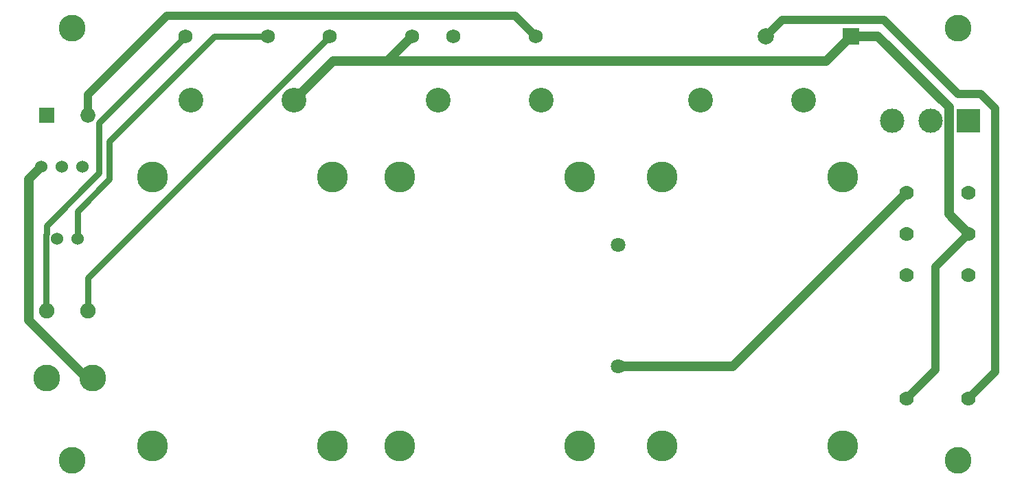
<source format=gbl>
%FSLAX25Y25*%
%MOIN*%
G70*
G01*
G75*
G04 Layer_Physical_Order=2*
G04 Layer_Color=16711680*
%ADD10C,0.04000*%
%ADD11C,0.02500*%
%ADD12C,0.04500*%
%ADD13C,0.03000*%
%ADD14C,0.03500*%
%ADD15C,0.13000*%
%ADD16R,0.11811X0.11811*%
%ADD17C,0.11811*%
%ADD18C,0.15000*%
%ADD19C,0.12000*%
%ADD20C,0.06000*%
%ADD21C,0.07284*%
%ADD22R,0.07284X0.07284*%
%ADD23C,0.07500*%
%ADD24C,0.07087*%
%ADD25C,0.06800*%
%ADD26C,0.07000*%
%ADD27R,0.07874X0.07874*%
%ADD28C,0.07874*%
D10*
X435000Y50000D02*
X449000Y64000D01*
Y114000D01*
X465000Y130000D01*
Y50000D02*
X478000Y63000D01*
Y191000D01*
X471000Y198000D02*
X478000Y191000D01*
X460000Y198000D02*
X471000D01*
X424000Y234000D02*
X460000Y198000D01*
X374608Y234000D02*
X424000D01*
X366608Y226000D02*
X374608Y234000D01*
X245000Y236000D02*
X255000Y226000D01*
X76000Y236000D02*
X245000D01*
X37500Y197500D02*
X76000Y236000D01*
X37500Y187500D02*
Y197500D01*
D12*
X183000Y214000D02*
X395789D01*
X156500D02*
X183000D01*
X195000Y226000D01*
X350472Y65472D02*
X435000Y150000D01*
X295000Y65472D02*
X350472D01*
X455500Y139500D02*
X465000Y130000D01*
X455500Y139500D02*
Y191500D01*
X421000Y226000D02*
X455500Y191500D01*
X407789Y226000D02*
X421000D01*
X9000Y156500D02*
X15000Y162500D01*
X9000Y88000D02*
Y156500D01*
Y88000D02*
X37000Y60000D01*
X40000D01*
X395789Y214000D02*
X407789Y226000D01*
X137500Y195000D02*
X156500Y214000D01*
D13*
X48000Y156500D02*
Y175000D01*
X32500Y141000D02*
X48000Y156500D01*
X32500Y127500D02*
Y141000D01*
X43000Y159500D02*
Y184000D01*
X17500Y134000D02*
X43000Y159500D01*
X17500Y129813D02*
Y134000D01*
X43000Y184000D02*
X85000Y226000D01*
X17400Y129712D02*
X17500Y129813D01*
X17400Y92600D02*
Y129712D01*
Y92600D02*
X17500Y92500D01*
X37500Y108500D02*
X155000Y226000D01*
X37500Y92500D02*
Y108500D01*
X99000Y226000D02*
X125000D01*
X48000Y175000D02*
X99000Y226000D01*
D15*
X17500Y60000D02*
D03*
X40000D02*
D03*
X30000Y20000D02*
D03*
X460000D02*
D03*
Y230000D02*
D03*
X30000D02*
D03*
D16*
X465000Y185000D02*
D03*
D17*
X427992D02*
D03*
X446496D02*
D03*
D18*
X156250Y26800D02*
D03*
X68750D02*
D03*
X156250Y157500D02*
D03*
X68750D02*
D03*
X188750D02*
D03*
X276250D02*
D03*
X188750Y26800D02*
D03*
X276250D02*
D03*
X403750D02*
D03*
X316250D02*
D03*
X403750Y157500D02*
D03*
X316250D02*
D03*
D19*
X137500Y195000D02*
D03*
X87500D02*
D03*
X207500D02*
D03*
X257500D02*
D03*
X385000D02*
D03*
X335000D02*
D03*
D20*
X15000Y162500D02*
D03*
X25000D02*
D03*
X35000D02*
D03*
X22500Y127500D02*
D03*
X32500D02*
D03*
D21*
X37500Y187500D02*
D03*
D22*
X17500D02*
D03*
D23*
Y92500D02*
D03*
X37500D02*
D03*
D24*
X295000Y65472D02*
D03*
Y124528D02*
D03*
D25*
X125000Y226000D02*
D03*
X85000D02*
D03*
X195000D02*
D03*
X155000D02*
D03*
X215000D02*
D03*
X255000D02*
D03*
D26*
X465000Y50000D02*
D03*
X435000D02*
D03*
X465000Y110000D02*
D03*
X435000D02*
D03*
X465000Y130000D02*
D03*
X435000D02*
D03*
X465000Y150000D02*
D03*
X435000D02*
D03*
D27*
X407789Y226000D02*
D03*
D28*
X366608D02*
D03*
M02*

</source>
